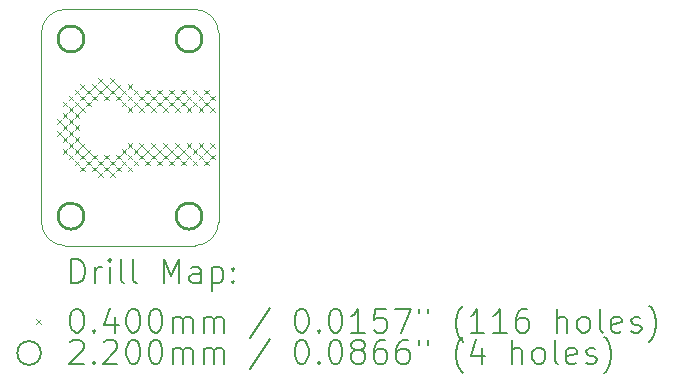
<source format=gbr>
%FSLAX45Y45*%
G04 Gerber Fmt 4.5, Leading zero omitted, Abs format (unit mm)*
G04 Created by KiCad (PCBNEW 6.0.1-79c1e3a40b~116~ubuntu20.04.1) date 2022-01-22 19:05:27*
%MOMM*%
%LPD*%
G01*
G04 APERTURE LIST*
%TA.AperFunction,Profile*%
%ADD10C,0.100000*%
%TD*%
%ADD11C,0.200000*%
%ADD12C,0.040000*%
%ADD13C,0.220000*%
G04 APERTURE END LIST*
D10*
X12650000Y-7150000D02*
X12650000Y-5550000D01*
X13950000Y-7350000D02*
X12850000Y-7350000D01*
X14150000Y-5550000D02*
X14150000Y-7150000D01*
X12850000Y-5350000D02*
X13950000Y-5350000D01*
X12850000Y-5350000D02*
G75*
G03*
X12650000Y-5550000I0J-200000D01*
G01*
X12650000Y-7150000D02*
G75*
G03*
X12850000Y-7350000I200000J0D01*
G01*
X13950000Y-7350000D02*
G75*
G03*
X14150000Y-7150000I0J200000D01*
G01*
X14150000Y-5550000D02*
G75*
G03*
X13950000Y-5350000I-200000J0D01*
G01*
D11*
D12*
X12780000Y-6280000D02*
X12820000Y-6320000D01*
X12820000Y-6280000D02*
X12780000Y-6320000D01*
X12780000Y-6380000D02*
X12820000Y-6420000D01*
X12820000Y-6380000D02*
X12780000Y-6420000D01*
X12830000Y-6130000D02*
X12870000Y-6170000D01*
X12870000Y-6130000D02*
X12830000Y-6170000D01*
X12830000Y-6230000D02*
X12870000Y-6270000D01*
X12870000Y-6230000D02*
X12830000Y-6270000D01*
X12830000Y-6330000D02*
X12870000Y-6370000D01*
X12870000Y-6330000D02*
X12830000Y-6370000D01*
X12830000Y-6430000D02*
X12870000Y-6470000D01*
X12870000Y-6430000D02*
X12830000Y-6470000D01*
X12830000Y-6530000D02*
X12870000Y-6570000D01*
X12870000Y-6530000D02*
X12830000Y-6570000D01*
X12880000Y-6080000D02*
X12920000Y-6120000D01*
X12920000Y-6080000D02*
X12880000Y-6120000D01*
X12880000Y-6180000D02*
X12920000Y-6220000D01*
X12920000Y-6180000D02*
X12880000Y-6220000D01*
X12880000Y-6280000D02*
X12920000Y-6320000D01*
X12920000Y-6280000D02*
X12880000Y-6320000D01*
X12880000Y-6380000D02*
X12920000Y-6420000D01*
X12920000Y-6380000D02*
X12880000Y-6420000D01*
X12880000Y-6480000D02*
X12920000Y-6520000D01*
X12920000Y-6480000D02*
X12880000Y-6520000D01*
X12880000Y-6580000D02*
X12920000Y-6620000D01*
X12920000Y-6580000D02*
X12880000Y-6620000D01*
X12930000Y-6030000D02*
X12970000Y-6070000D01*
X12970000Y-6030000D02*
X12930000Y-6070000D01*
X12930000Y-6130000D02*
X12970000Y-6170000D01*
X12970000Y-6130000D02*
X12930000Y-6170000D01*
X12930000Y-6230000D02*
X12970000Y-6270000D01*
X12970000Y-6230000D02*
X12930000Y-6270000D01*
X12930000Y-6330000D02*
X12970000Y-6370000D01*
X12970000Y-6330000D02*
X12930000Y-6370000D01*
X12930000Y-6430000D02*
X12970000Y-6470000D01*
X12970000Y-6430000D02*
X12930000Y-6470000D01*
X12930000Y-6530000D02*
X12970000Y-6570000D01*
X12970000Y-6530000D02*
X12930000Y-6570000D01*
X12930000Y-6630000D02*
X12970000Y-6670000D01*
X12970000Y-6630000D02*
X12930000Y-6670000D01*
X12980000Y-5980000D02*
X13020000Y-6020000D01*
X13020000Y-5980000D02*
X12980000Y-6020000D01*
X12980000Y-6080000D02*
X13020000Y-6120000D01*
X13020000Y-6080000D02*
X12980000Y-6120000D01*
X12980000Y-6180000D02*
X13020000Y-6220000D01*
X13020000Y-6180000D02*
X12980000Y-6220000D01*
X12980000Y-6480000D02*
X13020000Y-6520000D01*
X13020000Y-6480000D02*
X12980000Y-6520000D01*
X12980000Y-6580000D02*
X13020000Y-6620000D01*
X13020000Y-6580000D02*
X12980000Y-6620000D01*
X12980000Y-6680000D02*
X13020000Y-6720000D01*
X13020000Y-6680000D02*
X12980000Y-6720000D01*
X13030000Y-6030000D02*
X13070000Y-6070000D01*
X13070000Y-6030000D02*
X13030000Y-6070000D01*
X13030000Y-6130000D02*
X13070000Y-6170000D01*
X13070000Y-6130000D02*
X13030000Y-6170000D01*
X13030000Y-6530000D02*
X13070000Y-6570000D01*
X13070000Y-6530000D02*
X13030000Y-6570000D01*
X13030000Y-6630000D02*
X13070000Y-6670000D01*
X13070000Y-6630000D02*
X13030000Y-6670000D01*
X13080000Y-5980000D02*
X13120000Y-6020000D01*
X13120000Y-5980000D02*
X13080000Y-6020000D01*
X13080000Y-6080000D02*
X13120000Y-6120000D01*
X13120000Y-6080000D02*
X13080000Y-6120000D01*
X13080000Y-6580000D02*
X13120000Y-6620000D01*
X13120000Y-6580000D02*
X13080000Y-6620000D01*
X13080000Y-6680000D02*
X13120000Y-6720000D01*
X13120000Y-6680000D02*
X13080000Y-6720000D01*
X13130000Y-5930000D02*
X13170000Y-5970000D01*
X13170000Y-5930000D02*
X13130000Y-5970000D01*
X13130000Y-6030000D02*
X13170000Y-6070000D01*
X13170000Y-6030000D02*
X13130000Y-6070000D01*
X13130000Y-6630000D02*
X13170000Y-6670000D01*
X13170000Y-6630000D02*
X13130000Y-6670000D01*
X13130000Y-6730000D02*
X13170000Y-6770000D01*
X13170000Y-6730000D02*
X13130000Y-6770000D01*
X13180000Y-5980000D02*
X13220000Y-6020000D01*
X13220000Y-5980000D02*
X13180000Y-6020000D01*
X13180000Y-6080000D02*
X13220000Y-6120000D01*
X13220000Y-6080000D02*
X13180000Y-6120000D01*
X13180000Y-6580000D02*
X13220000Y-6620000D01*
X13220000Y-6580000D02*
X13180000Y-6620000D01*
X13180000Y-6680000D02*
X13220000Y-6720000D01*
X13220000Y-6680000D02*
X13180000Y-6720000D01*
X13230000Y-5930000D02*
X13270000Y-5970000D01*
X13270000Y-5930000D02*
X13230000Y-5970000D01*
X13230000Y-6030000D02*
X13270000Y-6070000D01*
X13270000Y-6030000D02*
X13230000Y-6070000D01*
X13230000Y-6630000D02*
X13270000Y-6670000D01*
X13270000Y-6630000D02*
X13230000Y-6670000D01*
X13230000Y-6730000D02*
X13270000Y-6770000D01*
X13270000Y-6730000D02*
X13230000Y-6770000D01*
X13280000Y-5980000D02*
X13320000Y-6020000D01*
X13320000Y-5980000D02*
X13280000Y-6020000D01*
X13280000Y-6080000D02*
X13320000Y-6120000D01*
X13320000Y-6080000D02*
X13280000Y-6120000D01*
X13280000Y-6580000D02*
X13320000Y-6620000D01*
X13320000Y-6580000D02*
X13280000Y-6620000D01*
X13280000Y-6680000D02*
X13320000Y-6720000D01*
X13320000Y-6680000D02*
X13280000Y-6720000D01*
X13330000Y-6030000D02*
X13370000Y-6070000D01*
X13370000Y-6030000D02*
X13330000Y-6070000D01*
X13330000Y-6130000D02*
X13370000Y-6170000D01*
X13370000Y-6130000D02*
X13330000Y-6170000D01*
X13330000Y-6530000D02*
X13370000Y-6570000D01*
X13370000Y-6530000D02*
X13330000Y-6570000D01*
X13330000Y-6630000D02*
X13370000Y-6670000D01*
X13370000Y-6630000D02*
X13330000Y-6670000D01*
X13380000Y-5980000D02*
X13420000Y-6020000D01*
X13420000Y-5980000D02*
X13380000Y-6020000D01*
X13380000Y-6080000D02*
X13420000Y-6120000D01*
X13420000Y-6080000D02*
X13380000Y-6120000D01*
X13380000Y-6180000D02*
X13420000Y-6220000D01*
X13420000Y-6180000D02*
X13380000Y-6220000D01*
X13380000Y-6480000D02*
X13420000Y-6520000D01*
X13420000Y-6480000D02*
X13380000Y-6520000D01*
X13380000Y-6580000D02*
X13420000Y-6620000D01*
X13420000Y-6580000D02*
X13380000Y-6620000D01*
X13380000Y-6680000D02*
X13420000Y-6720000D01*
X13420000Y-6680000D02*
X13380000Y-6720000D01*
X13430000Y-6030000D02*
X13470000Y-6070000D01*
X13470000Y-6030000D02*
X13430000Y-6070000D01*
X13430000Y-6130000D02*
X13470000Y-6170000D01*
X13470000Y-6130000D02*
X13430000Y-6170000D01*
X13430000Y-6530000D02*
X13470000Y-6570000D01*
X13470000Y-6530000D02*
X13430000Y-6570000D01*
X13430000Y-6630000D02*
X13470000Y-6670000D01*
X13470000Y-6630000D02*
X13430000Y-6670000D01*
X13480000Y-6080000D02*
X13520000Y-6120000D01*
X13520000Y-6080000D02*
X13480000Y-6120000D01*
X13480000Y-6180000D02*
X13520000Y-6220000D01*
X13520000Y-6180000D02*
X13480000Y-6220000D01*
X13480000Y-6480000D02*
X13520000Y-6520000D01*
X13520000Y-6480000D02*
X13480000Y-6520000D01*
X13480000Y-6580000D02*
X13520000Y-6620000D01*
X13520000Y-6580000D02*
X13480000Y-6620000D01*
X13530000Y-6030000D02*
X13570000Y-6070000D01*
X13570000Y-6030000D02*
X13530000Y-6070000D01*
X13530000Y-6130000D02*
X13570000Y-6170000D01*
X13570000Y-6130000D02*
X13530000Y-6170000D01*
X13530000Y-6530000D02*
X13570000Y-6570000D01*
X13570000Y-6530000D02*
X13530000Y-6570000D01*
X13530000Y-6630000D02*
X13570000Y-6670000D01*
X13570000Y-6630000D02*
X13530000Y-6670000D01*
X13580000Y-6080000D02*
X13620000Y-6120000D01*
X13620000Y-6080000D02*
X13580000Y-6120000D01*
X13580000Y-6180000D02*
X13620000Y-6220000D01*
X13620000Y-6180000D02*
X13580000Y-6220000D01*
X13580000Y-6480000D02*
X13620000Y-6520000D01*
X13620000Y-6480000D02*
X13580000Y-6520000D01*
X13580000Y-6580000D02*
X13620000Y-6620000D01*
X13620000Y-6580000D02*
X13580000Y-6620000D01*
X13630000Y-6030000D02*
X13670000Y-6070000D01*
X13670000Y-6030000D02*
X13630000Y-6070000D01*
X13630000Y-6130000D02*
X13670000Y-6170000D01*
X13670000Y-6130000D02*
X13630000Y-6170000D01*
X13630000Y-6530000D02*
X13670000Y-6570000D01*
X13670000Y-6530000D02*
X13630000Y-6570000D01*
X13630000Y-6630000D02*
X13670000Y-6670000D01*
X13670000Y-6630000D02*
X13630000Y-6670000D01*
X13680000Y-6080000D02*
X13720000Y-6120000D01*
X13720000Y-6080000D02*
X13680000Y-6120000D01*
X13680000Y-6180000D02*
X13720000Y-6220000D01*
X13720000Y-6180000D02*
X13680000Y-6220000D01*
X13680000Y-6480000D02*
X13720000Y-6520000D01*
X13720000Y-6480000D02*
X13680000Y-6520000D01*
X13680000Y-6580000D02*
X13720000Y-6620000D01*
X13720000Y-6580000D02*
X13680000Y-6620000D01*
X13730000Y-6030000D02*
X13770000Y-6070000D01*
X13770000Y-6030000D02*
X13730000Y-6070000D01*
X13730000Y-6130000D02*
X13770000Y-6170000D01*
X13770000Y-6130000D02*
X13730000Y-6170000D01*
X13730000Y-6530000D02*
X13770000Y-6570000D01*
X13770000Y-6530000D02*
X13730000Y-6570000D01*
X13730000Y-6630000D02*
X13770000Y-6670000D01*
X13770000Y-6630000D02*
X13730000Y-6670000D01*
X13780000Y-6080000D02*
X13820000Y-6120000D01*
X13820000Y-6080000D02*
X13780000Y-6120000D01*
X13780000Y-6180000D02*
X13820000Y-6220000D01*
X13820000Y-6180000D02*
X13780000Y-6220000D01*
X13780000Y-6480000D02*
X13820000Y-6520000D01*
X13820000Y-6480000D02*
X13780000Y-6520000D01*
X13780000Y-6580000D02*
X13820000Y-6620000D01*
X13820000Y-6580000D02*
X13780000Y-6620000D01*
X13830000Y-6030000D02*
X13870000Y-6070000D01*
X13870000Y-6030000D02*
X13830000Y-6070000D01*
X13830000Y-6130000D02*
X13870000Y-6170000D01*
X13870000Y-6130000D02*
X13830000Y-6170000D01*
X13830000Y-6530000D02*
X13870000Y-6570000D01*
X13870000Y-6530000D02*
X13830000Y-6570000D01*
X13830000Y-6630000D02*
X13870000Y-6670000D01*
X13870000Y-6630000D02*
X13830000Y-6670000D01*
X13880000Y-6080000D02*
X13920000Y-6120000D01*
X13920000Y-6080000D02*
X13880000Y-6120000D01*
X13880000Y-6180000D02*
X13920000Y-6220000D01*
X13920000Y-6180000D02*
X13880000Y-6220000D01*
X13880000Y-6480000D02*
X13920000Y-6520000D01*
X13920000Y-6480000D02*
X13880000Y-6520000D01*
X13880000Y-6580000D02*
X13920000Y-6620000D01*
X13920000Y-6580000D02*
X13880000Y-6620000D01*
X13930000Y-6030000D02*
X13970000Y-6070000D01*
X13970000Y-6030000D02*
X13930000Y-6070000D01*
X13930000Y-6130000D02*
X13970000Y-6170000D01*
X13970000Y-6130000D02*
X13930000Y-6170000D01*
X13930000Y-6530000D02*
X13970000Y-6570000D01*
X13970000Y-6530000D02*
X13930000Y-6570000D01*
X13930000Y-6630000D02*
X13970000Y-6670000D01*
X13970000Y-6630000D02*
X13930000Y-6670000D01*
X13980000Y-6080000D02*
X14020000Y-6120000D01*
X14020000Y-6080000D02*
X13980000Y-6120000D01*
X13980000Y-6180000D02*
X14020000Y-6220000D01*
X14020000Y-6180000D02*
X13980000Y-6220000D01*
X13980000Y-6480000D02*
X14020000Y-6520000D01*
X14020000Y-6480000D02*
X13980000Y-6520000D01*
X13980000Y-6580000D02*
X14020000Y-6620000D01*
X14020000Y-6580000D02*
X13980000Y-6620000D01*
X14030000Y-6030000D02*
X14070000Y-6070000D01*
X14070000Y-6030000D02*
X14030000Y-6070000D01*
X14030000Y-6130000D02*
X14070000Y-6170000D01*
X14070000Y-6130000D02*
X14030000Y-6170000D01*
X14030000Y-6530000D02*
X14070000Y-6570000D01*
X14070000Y-6530000D02*
X14030000Y-6570000D01*
X14030000Y-6630000D02*
X14070000Y-6670000D01*
X14070000Y-6630000D02*
X14030000Y-6670000D01*
X14080000Y-6080000D02*
X14120000Y-6120000D01*
X14120000Y-6080000D02*
X14080000Y-6120000D01*
X14080000Y-6180000D02*
X14120000Y-6220000D01*
X14120000Y-6180000D02*
X14080000Y-6220000D01*
X14080000Y-6480000D02*
X14120000Y-6520000D01*
X14120000Y-6480000D02*
X14080000Y-6520000D01*
X14080000Y-6580000D02*
X14120000Y-6620000D01*
X14120000Y-6580000D02*
X14080000Y-6620000D01*
D13*
X13010000Y-5600000D02*
G75*
G03*
X13010000Y-5600000I-110000J0D01*
G01*
X13010000Y-7100000D02*
G75*
G03*
X13010000Y-7100000I-110000J0D01*
G01*
X14010000Y-5600000D02*
G75*
G03*
X14010000Y-5600000I-110000J0D01*
G01*
X14010000Y-7100000D02*
G75*
G03*
X14010000Y-7100000I-110000J0D01*
G01*
D11*
X12902619Y-7665476D02*
X12902619Y-7465476D01*
X12950238Y-7465476D01*
X12978809Y-7475000D01*
X12997857Y-7494048D01*
X13007381Y-7513095D01*
X13016905Y-7551190D01*
X13016905Y-7579762D01*
X13007381Y-7617857D01*
X12997857Y-7636905D01*
X12978809Y-7655952D01*
X12950238Y-7665476D01*
X12902619Y-7665476D01*
X13102619Y-7665476D02*
X13102619Y-7532143D01*
X13102619Y-7570238D02*
X13112143Y-7551190D01*
X13121667Y-7541667D01*
X13140714Y-7532143D01*
X13159762Y-7532143D01*
X13226428Y-7665476D02*
X13226428Y-7532143D01*
X13226428Y-7465476D02*
X13216905Y-7475000D01*
X13226428Y-7484524D01*
X13235952Y-7475000D01*
X13226428Y-7465476D01*
X13226428Y-7484524D01*
X13350238Y-7665476D02*
X13331190Y-7655952D01*
X13321667Y-7636905D01*
X13321667Y-7465476D01*
X13455000Y-7665476D02*
X13435952Y-7655952D01*
X13426428Y-7636905D01*
X13426428Y-7465476D01*
X13683571Y-7665476D02*
X13683571Y-7465476D01*
X13750238Y-7608333D01*
X13816905Y-7465476D01*
X13816905Y-7665476D01*
X13997857Y-7665476D02*
X13997857Y-7560714D01*
X13988333Y-7541667D01*
X13969286Y-7532143D01*
X13931190Y-7532143D01*
X13912143Y-7541667D01*
X13997857Y-7655952D02*
X13978809Y-7665476D01*
X13931190Y-7665476D01*
X13912143Y-7655952D01*
X13902619Y-7636905D01*
X13902619Y-7617857D01*
X13912143Y-7598809D01*
X13931190Y-7589286D01*
X13978809Y-7589286D01*
X13997857Y-7579762D01*
X14093095Y-7532143D02*
X14093095Y-7732143D01*
X14093095Y-7541667D02*
X14112143Y-7532143D01*
X14150238Y-7532143D01*
X14169286Y-7541667D01*
X14178809Y-7551190D01*
X14188333Y-7570238D01*
X14188333Y-7627381D01*
X14178809Y-7646428D01*
X14169286Y-7655952D01*
X14150238Y-7665476D01*
X14112143Y-7665476D01*
X14093095Y-7655952D01*
X14274048Y-7646428D02*
X14283571Y-7655952D01*
X14274048Y-7665476D01*
X14264524Y-7655952D01*
X14274048Y-7646428D01*
X14274048Y-7665476D01*
X14274048Y-7541667D02*
X14283571Y-7551190D01*
X14274048Y-7560714D01*
X14264524Y-7551190D01*
X14274048Y-7541667D01*
X14274048Y-7560714D01*
D12*
X12605000Y-7975000D02*
X12645000Y-8015000D01*
X12645000Y-7975000D02*
X12605000Y-8015000D01*
D11*
X12940714Y-7885476D02*
X12959762Y-7885476D01*
X12978809Y-7895000D01*
X12988333Y-7904524D01*
X12997857Y-7923571D01*
X13007381Y-7961667D01*
X13007381Y-8009286D01*
X12997857Y-8047381D01*
X12988333Y-8066428D01*
X12978809Y-8075952D01*
X12959762Y-8085476D01*
X12940714Y-8085476D01*
X12921667Y-8075952D01*
X12912143Y-8066428D01*
X12902619Y-8047381D01*
X12893095Y-8009286D01*
X12893095Y-7961667D01*
X12902619Y-7923571D01*
X12912143Y-7904524D01*
X12921667Y-7895000D01*
X12940714Y-7885476D01*
X13093095Y-8066428D02*
X13102619Y-8075952D01*
X13093095Y-8085476D01*
X13083571Y-8075952D01*
X13093095Y-8066428D01*
X13093095Y-8085476D01*
X13274048Y-7952143D02*
X13274048Y-8085476D01*
X13226428Y-7875952D02*
X13178809Y-8018809D01*
X13302619Y-8018809D01*
X13416905Y-7885476D02*
X13435952Y-7885476D01*
X13455000Y-7895000D01*
X13464524Y-7904524D01*
X13474048Y-7923571D01*
X13483571Y-7961667D01*
X13483571Y-8009286D01*
X13474048Y-8047381D01*
X13464524Y-8066428D01*
X13455000Y-8075952D01*
X13435952Y-8085476D01*
X13416905Y-8085476D01*
X13397857Y-8075952D01*
X13388333Y-8066428D01*
X13378809Y-8047381D01*
X13369286Y-8009286D01*
X13369286Y-7961667D01*
X13378809Y-7923571D01*
X13388333Y-7904524D01*
X13397857Y-7895000D01*
X13416905Y-7885476D01*
X13607381Y-7885476D02*
X13626428Y-7885476D01*
X13645476Y-7895000D01*
X13655000Y-7904524D01*
X13664524Y-7923571D01*
X13674048Y-7961667D01*
X13674048Y-8009286D01*
X13664524Y-8047381D01*
X13655000Y-8066428D01*
X13645476Y-8075952D01*
X13626428Y-8085476D01*
X13607381Y-8085476D01*
X13588333Y-8075952D01*
X13578809Y-8066428D01*
X13569286Y-8047381D01*
X13559762Y-8009286D01*
X13559762Y-7961667D01*
X13569286Y-7923571D01*
X13578809Y-7904524D01*
X13588333Y-7895000D01*
X13607381Y-7885476D01*
X13759762Y-8085476D02*
X13759762Y-7952143D01*
X13759762Y-7971190D02*
X13769286Y-7961667D01*
X13788333Y-7952143D01*
X13816905Y-7952143D01*
X13835952Y-7961667D01*
X13845476Y-7980714D01*
X13845476Y-8085476D01*
X13845476Y-7980714D02*
X13855000Y-7961667D01*
X13874048Y-7952143D01*
X13902619Y-7952143D01*
X13921667Y-7961667D01*
X13931190Y-7980714D01*
X13931190Y-8085476D01*
X14026428Y-8085476D02*
X14026428Y-7952143D01*
X14026428Y-7971190D02*
X14035952Y-7961667D01*
X14055000Y-7952143D01*
X14083571Y-7952143D01*
X14102619Y-7961667D01*
X14112143Y-7980714D01*
X14112143Y-8085476D01*
X14112143Y-7980714D02*
X14121667Y-7961667D01*
X14140714Y-7952143D01*
X14169286Y-7952143D01*
X14188333Y-7961667D01*
X14197857Y-7980714D01*
X14197857Y-8085476D01*
X14588333Y-7875952D02*
X14416905Y-8133095D01*
X14845476Y-7885476D02*
X14864524Y-7885476D01*
X14883571Y-7895000D01*
X14893095Y-7904524D01*
X14902619Y-7923571D01*
X14912143Y-7961667D01*
X14912143Y-8009286D01*
X14902619Y-8047381D01*
X14893095Y-8066428D01*
X14883571Y-8075952D01*
X14864524Y-8085476D01*
X14845476Y-8085476D01*
X14826428Y-8075952D01*
X14816905Y-8066428D01*
X14807381Y-8047381D01*
X14797857Y-8009286D01*
X14797857Y-7961667D01*
X14807381Y-7923571D01*
X14816905Y-7904524D01*
X14826428Y-7895000D01*
X14845476Y-7885476D01*
X14997857Y-8066428D02*
X15007381Y-8075952D01*
X14997857Y-8085476D01*
X14988333Y-8075952D01*
X14997857Y-8066428D01*
X14997857Y-8085476D01*
X15131190Y-7885476D02*
X15150238Y-7885476D01*
X15169286Y-7895000D01*
X15178809Y-7904524D01*
X15188333Y-7923571D01*
X15197857Y-7961667D01*
X15197857Y-8009286D01*
X15188333Y-8047381D01*
X15178809Y-8066428D01*
X15169286Y-8075952D01*
X15150238Y-8085476D01*
X15131190Y-8085476D01*
X15112143Y-8075952D01*
X15102619Y-8066428D01*
X15093095Y-8047381D01*
X15083571Y-8009286D01*
X15083571Y-7961667D01*
X15093095Y-7923571D01*
X15102619Y-7904524D01*
X15112143Y-7895000D01*
X15131190Y-7885476D01*
X15388333Y-8085476D02*
X15274048Y-8085476D01*
X15331190Y-8085476D02*
X15331190Y-7885476D01*
X15312143Y-7914048D01*
X15293095Y-7933095D01*
X15274048Y-7942619D01*
X15569286Y-7885476D02*
X15474048Y-7885476D01*
X15464524Y-7980714D01*
X15474048Y-7971190D01*
X15493095Y-7961667D01*
X15540714Y-7961667D01*
X15559762Y-7971190D01*
X15569286Y-7980714D01*
X15578809Y-7999762D01*
X15578809Y-8047381D01*
X15569286Y-8066428D01*
X15559762Y-8075952D01*
X15540714Y-8085476D01*
X15493095Y-8085476D01*
X15474048Y-8075952D01*
X15464524Y-8066428D01*
X15645476Y-7885476D02*
X15778809Y-7885476D01*
X15693095Y-8085476D01*
X15845476Y-7885476D02*
X15845476Y-7923571D01*
X15921667Y-7885476D02*
X15921667Y-7923571D01*
X16216905Y-8161667D02*
X16207381Y-8152143D01*
X16188333Y-8123571D01*
X16178809Y-8104524D01*
X16169286Y-8075952D01*
X16159762Y-8028333D01*
X16159762Y-7990238D01*
X16169286Y-7942619D01*
X16178809Y-7914048D01*
X16188333Y-7895000D01*
X16207381Y-7866428D01*
X16216905Y-7856905D01*
X16397857Y-8085476D02*
X16283571Y-8085476D01*
X16340714Y-8085476D02*
X16340714Y-7885476D01*
X16321667Y-7914048D01*
X16302619Y-7933095D01*
X16283571Y-7942619D01*
X16588333Y-8085476D02*
X16474048Y-8085476D01*
X16531190Y-8085476D02*
X16531190Y-7885476D01*
X16512143Y-7914048D01*
X16493095Y-7933095D01*
X16474048Y-7942619D01*
X16759762Y-7885476D02*
X16721667Y-7885476D01*
X16702619Y-7895000D01*
X16693095Y-7904524D01*
X16674048Y-7933095D01*
X16664524Y-7971190D01*
X16664524Y-8047381D01*
X16674048Y-8066428D01*
X16683571Y-8075952D01*
X16702619Y-8085476D01*
X16740714Y-8085476D01*
X16759762Y-8075952D01*
X16769286Y-8066428D01*
X16778810Y-8047381D01*
X16778810Y-7999762D01*
X16769286Y-7980714D01*
X16759762Y-7971190D01*
X16740714Y-7961667D01*
X16702619Y-7961667D01*
X16683571Y-7971190D01*
X16674048Y-7980714D01*
X16664524Y-7999762D01*
X17016905Y-8085476D02*
X17016905Y-7885476D01*
X17102619Y-8085476D02*
X17102619Y-7980714D01*
X17093095Y-7961667D01*
X17074048Y-7952143D01*
X17045476Y-7952143D01*
X17026429Y-7961667D01*
X17016905Y-7971190D01*
X17226429Y-8085476D02*
X17207381Y-8075952D01*
X17197857Y-8066428D01*
X17188333Y-8047381D01*
X17188333Y-7990238D01*
X17197857Y-7971190D01*
X17207381Y-7961667D01*
X17226429Y-7952143D01*
X17255000Y-7952143D01*
X17274048Y-7961667D01*
X17283571Y-7971190D01*
X17293095Y-7990238D01*
X17293095Y-8047381D01*
X17283571Y-8066428D01*
X17274048Y-8075952D01*
X17255000Y-8085476D01*
X17226429Y-8085476D01*
X17407381Y-8085476D02*
X17388333Y-8075952D01*
X17378810Y-8056905D01*
X17378810Y-7885476D01*
X17559762Y-8075952D02*
X17540714Y-8085476D01*
X17502619Y-8085476D01*
X17483571Y-8075952D01*
X17474048Y-8056905D01*
X17474048Y-7980714D01*
X17483571Y-7961667D01*
X17502619Y-7952143D01*
X17540714Y-7952143D01*
X17559762Y-7961667D01*
X17569286Y-7980714D01*
X17569286Y-7999762D01*
X17474048Y-8018809D01*
X17645476Y-8075952D02*
X17664524Y-8085476D01*
X17702619Y-8085476D01*
X17721667Y-8075952D01*
X17731190Y-8056905D01*
X17731190Y-8047381D01*
X17721667Y-8028333D01*
X17702619Y-8018809D01*
X17674048Y-8018809D01*
X17655000Y-8009286D01*
X17645476Y-7990238D01*
X17645476Y-7980714D01*
X17655000Y-7961667D01*
X17674048Y-7952143D01*
X17702619Y-7952143D01*
X17721667Y-7961667D01*
X17797857Y-8161667D02*
X17807381Y-8152143D01*
X17826429Y-8123571D01*
X17835952Y-8104524D01*
X17845476Y-8075952D01*
X17855000Y-8028333D01*
X17855000Y-7990238D01*
X17845476Y-7942619D01*
X17835952Y-7914048D01*
X17826429Y-7895000D01*
X17807381Y-7866428D01*
X17797857Y-7856905D01*
X12645000Y-8259000D02*
G75*
G03*
X12645000Y-8259000I-100000J0D01*
G01*
X12893095Y-8168524D02*
X12902619Y-8159000D01*
X12921667Y-8149476D01*
X12969286Y-8149476D01*
X12988333Y-8159000D01*
X12997857Y-8168524D01*
X13007381Y-8187571D01*
X13007381Y-8206619D01*
X12997857Y-8235190D01*
X12883571Y-8349476D01*
X13007381Y-8349476D01*
X13093095Y-8330428D02*
X13102619Y-8339952D01*
X13093095Y-8349476D01*
X13083571Y-8339952D01*
X13093095Y-8330428D01*
X13093095Y-8349476D01*
X13178809Y-8168524D02*
X13188333Y-8159000D01*
X13207381Y-8149476D01*
X13255000Y-8149476D01*
X13274048Y-8159000D01*
X13283571Y-8168524D01*
X13293095Y-8187571D01*
X13293095Y-8206619D01*
X13283571Y-8235190D01*
X13169286Y-8349476D01*
X13293095Y-8349476D01*
X13416905Y-8149476D02*
X13435952Y-8149476D01*
X13455000Y-8159000D01*
X13464524Y-8168524D01*
X13474048Y-8187571D01*
X13483571Y-8225667D01*
X13483571Y-8273286D01*
X13474048Y-8311381D01*
X13464524Y-8330428D01*
X13455000Y-8339952D01*
X13435952Y-8349476D01*
X13416905Y-8349476D01*
X13397857Y-8339952D01*
X13388333Y-8330428D01*
X13378809Y-8311381D01*
X13369286Y-8273286D01*
X13369286Y-8225667D01*
X13378809Y-8187571D01*
X13388333Y-8168524D01*
X13397857Y-8159000D01*
X13416905Y-8149476D01*
X13607381Y-8149476D02*
X13626428Y-8149476D01*
X13645476Y-8159000D01*
X13655000Y-8168524D01*
X13664524Y-8187571D01*
X13674048Y-8225667D01*
X13674048Y-8273286D01*
X13664524Y-8311381D01*
X13655000Y-8330428D01*
X13645476Y-8339952D01*
X13626428Y-8349476D01*
X13607381Y-8349476D01*
X13588333Y-8339952D01*
X13578809Y-8330428D01*
X13569286Y-8311381D01*
X13559762Y-8273286D01*
X13559762Y-8225667D01*
X13569286Y-8187571D01*
X13578809Y-8168524D01*
X13588333Y-8159000D01*
X13607381Y-8149476D01*
X13759762Y-8349476D02*
X13759762Y-8216143D01*
X13759762Y-8235190D02*
X13769286Y-8225667D01*
X13788333Y-8216143D01*
X13816905Y-8216143D01*
X13835952Y-8225667D01*
X13845476Y-8244714D01*
X13845476Y-8349476D01*
X13845476Y-8244714D02*
X13855000Y-8225667D01*
X13874048Y-8216143D01*
X13902619Y-8216143D01*
X13921667Y-8225667D01*
X13931190Y-8244714D01*
X13931190Y-8349476D01*
X14026428Y-8349476D02*
X14026428Y-8216143D01*
X14026428Y-8235190D02*
X14035952Y-8225667D01*
X14055000Y-8216143D01*
X14083571Y-8216143D01*
X14102619Y-8225667D01*
X14112143Y-8244714D01*
X14112143Y-8349476D01*
X14112143Y-8244714D02*
X14121667Y-8225667D01*
X14140714Y-8216143D01*
X14169286Y-8216143D01*
X14188333Y-8225667D01*
X14197857Y-8244714D01*
X14197857Y-8349476D01*
X14588333Y-8139952D02*
X14416905Y-8397095D01*
X14845476Y-8149476D02*
X14864524Y-8149476D01*
X14883571Y-8159000D01*
X14893095Y-8168524D01*
X14902619Y-8187571D01*
X14912143Y-8225667D01*
X14912143Y-8273286D01*
X14902619Y-8311381D01*
X14893095Y-8330428D01*
X14883571Y-8339952D01*
X14864524Y-8349476D01*
X14845476Y-8349476D01*
X14826428Y-8339952D01*
X14816905Y-8330428D01*
X14807381Y-8311381D01*
X14797857Y-8273286D01*
X14797857Y-8225667D01*
X14807381Y-8187571D01*
X14816905Y-8168524D01*
X14826428Y-8159000D01*
X14845476Y-8149476D01*
X14997857Y-8330428D02*
X15007381Y-8339952D01*
X14997857Y-8349476D01*
X14988333Y-8339952D01*
X14997857Y-8330428D01*
X14997857Y-8349476D01*
X15131190Y-8149476D02*
X15150238Y-8149476D01*
X15169286Y-8159000D01*
X15178809Y-8168524D01*
X15188333Y-8187571D01*
X15197857Y-8225667D01*
X15197857Y-8273286D01*
X15188333Y-8311381D01*
X15178809Y-8330428D01*
X15169286Y-8339952D01*
X15150238Y-8349476D01*
X15131190Y-8349476D01*
X15112143Y-8339952D01*
X15102619Y-8330428D01*
X15093095Y-8311381D01*
X15083571Y-8273286D01*
X15083571Y-8225667D01*
X15093095Y-8187571D01*
X15102619Y-8168524D01*
X15112143Y-8159000D01*
X15131190Y-8149476D01*
X15312143Y-8235190D02*
X15293095Y-8225667D01*
X15283571Y-8216143D01*
X15274048Y-8197095D01*
X15274048Y-8187571D01*
X15283571Y-8168524D01*
X15293095Y-8159000D01*
X15312143Y-8149476D01*
X15350238Y-8149476D01*
X15369286Y-8159000D01*
X15378809Y-8168524D01*
X15388333Y-8187571D01*
X15388333Y-8197095D01*
X15378809Y-8216143D01*
X15369286Y-8225667D01*
X15350238Y-8235190D01*
X15312143Y-8235190D01*
X15293095Y-8244714D01*
X15283571Y-8254238D01*
X15274048Y-8273286D01*
X15274048Y-8311381D01*
X15283571Y-8330428D01*
X15293095Y-8339952D01*
X15312143Y-8349476D01*
X15350238Y-8349476D01*
X15369286Y-8339952D01*
X15378809Y-8330428D01*
X15388333Y-8311381D01*
X15388333Y-8273286D01*
X15378809Y-8254238D01*
X15369286Y-8244714D01*
X15350238Y-8235190D01*
X15559762Y-8149476D02*
X15521667Y-8149476D01*
X15502619Y-8159000D01*
X15493095Y-8168524D01*
X15474048Y-8197095D01*
X15464524Y-8235190D01*
X15464524Y-8311381D01*
X15474048Y-8330428D01*
X15483571Y-8339952D01*
X15502619Y-8349476D01*
X15540714Y-8349476D01*
X15559762Y-8339952D01*
X15569286Y-8330428D01*
X15578809Y-8311381D01*
X15578809Y-8263762D01*
X15569286Y-8244714D01*
X15559762Y-8235190D01*
X15540714Y-8225667D01*
X15502619Y-8225667D01*
X15483571Y-8235190D01*
X15474048Y-8244714D01*
X15464524Y-8263762D01*
X15750238Y-8149476D02*
X15712143Y-8149476D01*
X15693095Y-8159000D01*
X15683571Y-8168524D01*
X15664524Y-8197095D01*
X15655000Y-8235190D01*
X15655000Y-8311381D01*
X15664524Y-8330428D01*
X15674048Y-8339952D01*
X15693095Y-8349476D01*
X15731190Y-8349476D01*
X15750238Y-8339952D01*
X15759762Y-8330428D01*
X15769286Y-8311381D01*
X15769286Y-8263762D01*
X15759762Y-8244714D01*
X15750238Y-8235190D01*
X15731190Y-8225667D01*
X15693095Y-8225667D01*
X15674048Y-8235190D01*
X15664524Y-8244714D01*
X15655000Y-8263762D01*
X15845476Y-8149476D02*
X15845476Y-8187571D01*
X15921667Y-8149476D02*
X15921667Y-8187571D01*
X16216905Y-8425667D02*
X16207381Y-8416143D01*
X16188333Y-8387571D01*
X16178809Y-8368524D01*
X16169286Y-8339952D01*
X16159762Y-8292333D01*
X16159762Y-8254238D01*
X16169286Y-8206619D01*
X16178809Y-8178048D01*
X16188333Y-8159000D01*
X16207381Y-8130428D01*
X16216905Y-8120905D01*
X16378809Y-8216143D02*
X16378809Y-8349476D01*
X16331190Y-8139952D02*
X16283571Y-8282809D01*
X16407381Y-8282809D01*
X16635952Y-8349476D02*
X16635952Y-8149476D01*
X16721667Y-8349476D02*
X16721667Y-8244714D01*
X16712143Y-8225667D01*
X16693095Y-8216143D01*
X16664524Y-8216143D01*
X16645476Y-8225667D01*
X16635952Y-8235190D01*
X16845476Y-8349476D02*
X16826429Y-8339952D01*
X16816905Y-8330428D01*
X16807381Y-8311381D01*
X16807381Y-8254238D01*
X16816905Y-8235190D01*
X16826429Y-8225667D01*
X16845476Y-8216143D01*
X16874048Y-8216143D01*
X16893095Y-8225667D01*
X16902619Y-8235190D01*
X16912143Y-8254238D01*
X16912143Y-8311381D01*
X16902619Y-8330428D01*
X16893095Y-8339952D01*
X16874048Y-8349476D01*
X16845476Y-8349476D01*
X17026429Y-8349476D02*
X17007381Y-8339952D01*
X16997857Y-8320905D01*
X16997857Y-8149476D01*
X17178810Y-8339952D02*
X17159762Y-8349476D01*
X17121667Y-8349476D01*
X17102619Y-8339952D01*
X17093095Y-8320905D01*
X17093095Y-8244714D01*
X17102619Y-8225667D01*
X17121667Y-8216143D01*
X17159762Y-8216143D01*
X17178810Y-8225667D01*
X17188333Y-8244714D01*
X17188333Y-8263762D01*
X17093095Y-8282809D01*
X17264524Y-8339952D02*
X17283571Y-8349476D01*
X17321667Y-8349476D01*
X17340714Y-8339952D01*
X17350238Y-8320905D01*
X17350238Y-8311381D01*
X17340714Y-8292333D01*
X17321667Y-8282809D01*
X17293095Y-8282809D01*
X17274048Y-8273286D01*
X17264524Y-8254238D01*
X17264524Y-8244714D01*
X17274048Y-8225667D01*
X17293095Y-8216143D01*
X17321667Y-8216143D01*
X17340714Y-8225667D01*
X17416905Y-8425667D02*
X17426429Y-8416143D01*
X17445476Y-8387571D01*
X17455000Y-8368524D01*
X17464524Y-8339952D01*
X17474048Y-8292333D01*
X17474048Y-8254238D01*
X17464524Y-8206619D01*
X17455000Y-8178048D01*
X17445476Y-8159000D01*
X17426429Y-8130428D01*
X17416905Y-8120905D01*
M02*

</source>
